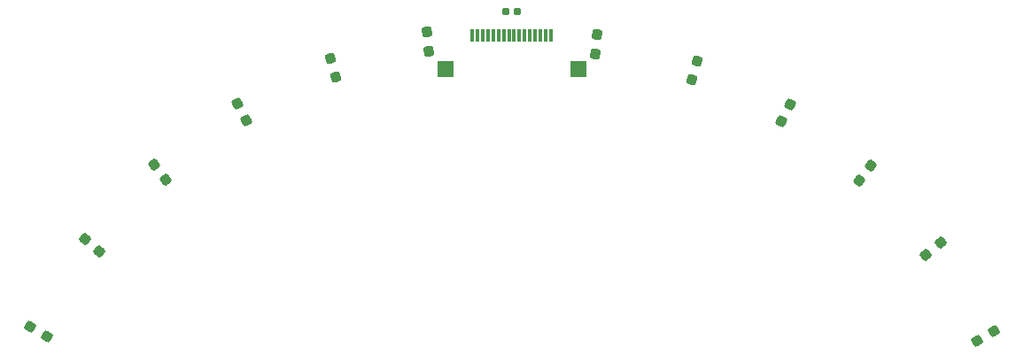
<source format=gbr>
%TF.GenerationSoftware,KiCad,Pcbnew,(6.0.4)*%
%TF.CreationDate,2022-09-17T01:55:58+09:00*%
%TF.ProjectId,robotrace_v1_Linesensor,726f626f-7472-4616-9365-5f76315f4c69,rev?*%
%TF.SameCoordinates,Original*%
%TF.FileFunction,Soldermask,Top*%
%TF.FilePolarity,Negative*%
%FSLAX46Y46*%
G04 Gerber Fmt 4.6, Leading zero omitted, Abs format (unit mm)*
G04 Created by KiCad (PCBNEW (6.0.4)) date 2022-09-17 01:55:58*
%MOMM*%
%LPD*%
G01*
G04 APERTURE LIST*
G04 Aperture macros list*
%AMRoundRect*
0 Rectangle with rounded corners*
0 $1 Rounding radius*
0 $2 $3 $4 $5 $6 $7 $8 $9 X,Y pos of 4 corners*
0 Add a 4 corners polygon primitive as box body*
4,1,4,$2,$3,$4,$5,$6,$7,$8,$9,$2,$3,0*
0 Add four circle primitives for the rounded corners*
1,1,$1+$1,$2,$3*
1,1,$1+$1,$4,$5*
1,1,$1+$1,$6,$7*
1,1,$1+$1,$8,$9*
0 Add four rect primitives between the rounded corners*
20,1,$1+$1,$2,$3,$4,$5,0*
20,1,$1+$1,$4,$5,$6,$7,0*
20,1,$1+$1,$6,$7,$8,$9,0*
20,1,$1+$1,$8,$9,$2,$3,0*%
G04 Aperture macros list end*
%ADD10RoundRect,0.237500X-0.035858X-0.342958X0.344345X-0.018234X0.035858X0.342958X-0.344345X0.018234X0*%
%ADD11RoundRect,0.237500X0.030241X-0.343499X0.341498X0.047805X-0.030241X0.343499X-0.341498X-0.047805X0*%
%ADD12RoundRect,0.237500X0.156716X-0.307159X0.298724X0.172251X-0.156716X0.307159X-0.298724X-0.172251X0*%
%ADD13RoundRect,0.237500X0.212445X-0.271612X0.260368X0.226086X-0.212445X0.271612X-0.260368X-0.226086X0*%
%ADD14R,0.300000X1.300000*%
%ADD15R,1.600000X1.600000*%
%ADD16RoundRect,0.155000X0.212500X0.155000X-0.212500X0.155000X-0.212500X-0.155000X0.212500X-0.155000X0*%
%ADD17RoundRect,0.237500X0.298724X-0.172251X0.156716X0.307159X-0.298724X0.172251X-0.156716X-0.307159X0*%
%ADD18RoundRect,0.237500X0.344345X0.018234X-0.035858X0.342958X-0.344345X-0.018234X0.035858X-0.342958X0*%
%ADD19RoundRect,0.237500X-0.100638X-0.329815X0.334540X-0.083604X0.100638X0.329815X-0.334540X0.083604X0*%
%ADD20RoundRect,0.237500X0.341498X-0.047805X0.030241X0.343499X-0.341498X0.047805X-0.030241X-0.343499X0*%
%ADD21RoundRect,0.237500X0.334540X0.083604X-0.100638X0.329815X-0.334540X-0.083604X0.100638X-0.329815X0*%
%ADD22RoundRect,0.237500X0.326102X-0.112087X0.095228X0.331418X-0.326102X0.112087X-0.095228X-0.331418X0*%
%ADD23RoundRect,0.237500X0.095228X-0.331418X0.326102X0.112087X-0.095228X0.331418X-0.326102X-0.112087X0*%
%ADD24RoundRect,0.237500X0.260368X-0.226086X0.212445X0.271612X-0.260368X0.226086X-0.212445X-0.271612X0*%
G04 APERTURE END LIST*
D10*
%TO.C,R5*%
X184606130Y-60692621D03*
X185993870Y-59507379D03*
%TD*%
D11*
%TO.C,R8*%
X178231955Y-53514130D03*
X179368045Y-52085870D03*
%TD*%
D12*
%TO.C,R12*%
X162240836Y-43874923D03*
X162759164Y-42125077D03*
%TD*%
D13*
%TO.C,R14*%
X153012541Y-41408299D03*
X153187459Y-39591701D03*
%TD*%
D14*
%TO.C,J1*%
X141250000Y-39650000D03*
X141750000Y-39650000D03*
X142250000Y-39650000D03*
X142750000Y-39650000D03*
X143250000Y-39650000D03*
X143750000Y-39650000D03*
X144250000Y-39650000D03*
X144750000Y-39650000D03*
X145250000Y-39650000D03*
X145750000Y-39650000D03*
X146250000Y-39650000D03*
X146750000Y-39650000D03*
X147250000Y-39650000D03*
X147750000Y-39650000D03*
X148250000Y-39650000D03*
X148750000Y-39650000D03*
D15*
X138650000Y-42900000D03*
X151350000Y-42900000D03*
%TD*%
D16*
%TO.C,C1*%
X145567500Y-37400000D03*
X144432500Y-37400000D03*
%TD*%
D17*
%TO.C,R11*%
X128159164Y-43624923D03*
X127640836Y-41875077D03*
%TD*%
D18*
%TO.C,R4*%
X105593870Y-60292621D03*
X104206130Y-59107379D03*
%TD*%
D19*
%TO.C,R2*%
X189505800Y-68849336D03*
X191094200Y-67950664D03*
%TD*%
D20*
%TO.C,R7*%
X111968045Y-53464130D03*
X110831955Y-52035870D03*
%TD*%
D21*
%TO.C,R1*%
X100594200Y-68449336D03*
X99005800Y-67550664D03*
%TD*%
D22*
%TO.C,R9*%
X119621346Y-47809397D03*
X118778654Y-46190603D03*
%TD*%
D23*
%TO.C,R10*%
X170778654Y-47909397D03*
X171621346Y-46290603D03*
%TD*%
D24*
%TO.C,R13*%
X137087459Y-41158299D03*
X136912541Y-39341701D03*
%TD*%
M02*

</source>
